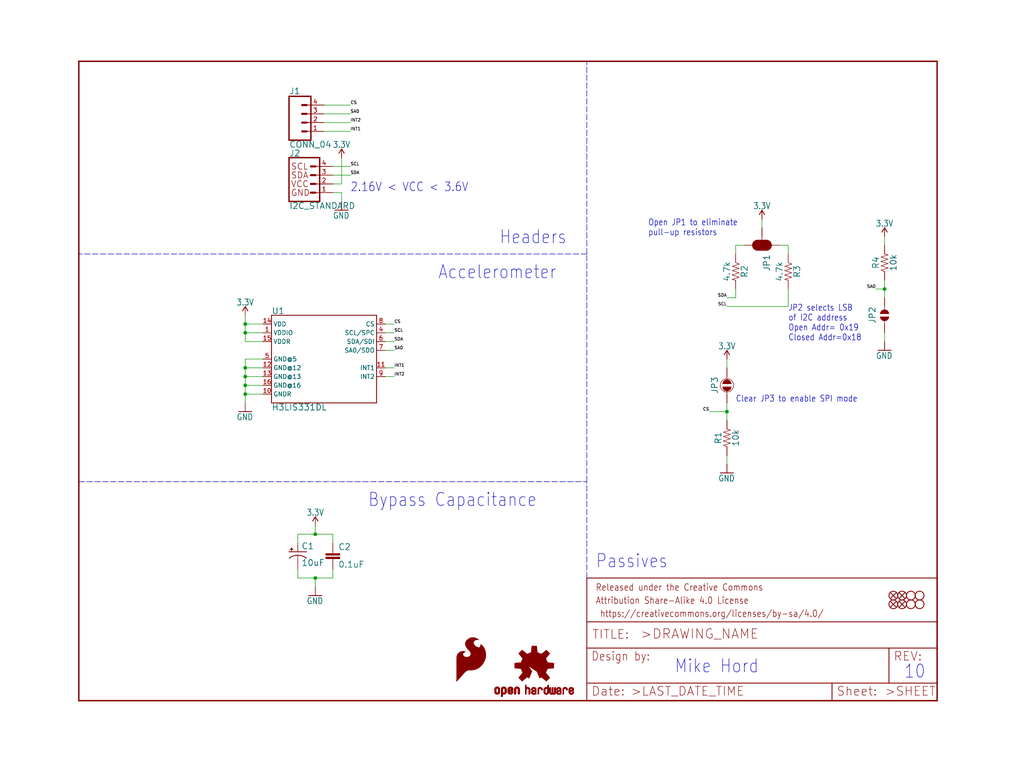
<source format=kicad_sch>
(kicad_sch (version 20211123) (generator eeschema)
  (paper "User" 297.002 223.926)
  (lib_symbols
    (symbol "SparkFun_Tri_Axis_Accel_Breakout-H3LIS331DL-eagle-import:0.1UF-0603-25V-5%"
      (property "Reference" "C" (at 1.524 2.921 0))
      (property "Value" "0.1UF-0603-25V-5%" (at 1.524 -2.159 0))
      (symbol "0.1UF-0603-25V-5%_1_0"
        (pin passive line (at 0 5.08 270) (length 2.54) (name "1") (number "1"))
        (pin passive line (at 0 -2.54 90) (length 2.54) (name "2") (number "2"))
      )
    )
    (symbol "SparkFun_Tri_Axis_Accel_Breakout-H3LIS331DL-eagle-import:10KOHM-0603-1{slash}10W-1%"
      (property "Reference" "R" (at 0 1.524 0))
      (property "Value" "10KOHM-0603-1{slash}10W-1%" (at 0 -1.524 0))
      (symbol "10KOHM-0603-1{slash}10W-1%_1_0"
        (pin passive line (at -5.08 0 0) (length 2.54) (name "1") (number "1"))
        (pin passive line (at 5.08 0 180) (length 2.54) (name "2") (number "2"))
      )
    )
    (symbol "SparkFun_Tri_Axis_Accel_Breakout-H3LIS331DL-eagle-import:10UF-POLAR-EIA3216-16V-10%(TANT)"
      (property "Reference" "C" (at 1.016 0.635 0))
      (property "Value" "10UF-POLAR-EIA3216-16V-10%(TANT)" (at 1.016 -4.191 0))
      (symbol "10UF-POLAR-EIA3216-16V-10%(TANT)_1_0"
        (pin passive line (at 0 2.54 270) (length 2.54) (name "+") (number "+"))
        (pin passive line (at 0 -5.08 90) (length 2.54) (name "-") (number "-"))
      )
    )
    (symbol "SparkFun_Tri_Axis_Accel_Breakout-H3LIS331DL-eagle-import:3.3V" (power)
      (property "Value" "3.3V" (at 0 2.794 0))
      (symbol "3.3V_1_0"
        (pin power_in line (at 0 0 90) (length 2.54) (name "3.3V") (number "1"))
      )
    )
    (symbol "SparkFun_Tri_Axis_Accel_Breakout-H3LIS331DL-eagle-import:4.7KOHM-0603-1{slash}10W-1%"
      (property "Reference" "R" (at 0 1.524 0))
      (property "Value" "4.7KOHM-0603-1{slash}10W-1%" (at 0 -1.524 0))
      (symbol "4.7KOHM-0603-1{slash}10W-1%_1_0"
        (pin passive line (at -5.08 0 0) (length 2.54) (name "1") (number "1"))
        (pin passive line (at 5.08 0 180) (length 2.54) (name "2") (number "2"))
      )
    )
    (symbol "SparkFun_Tri_Axis_Accel_Breakout-H3LIS331DL-eagle-import:CONN_04"
      (property "Reference" "J" (at -5.08 8.128 0))
      (property "Value" "CONN_04" (at -5.08 -7.366 0))
      (symbol "CONN_04_1_0"
        (pin passive line (at 5.08 -2.54 180) (length 5.08) (name "1") (number "1"))
        (pin passive line (at 5.08 0 180) (length 5.08) (name "2") (number "2"))
        (pin passive line (at 5.08 2.54 180) (length 5.08) (name "3") (number "3"))
        (pin passive line (at 5.08 5.08 180) (length 5.08) (name "4") (number "4"))
      )
    )
    (symbol "SparkFun_Tri_Axis_Accel_Breakout-H3LIS331DL-eagle-import:FIDUCIAL1X2")
    (symbol "SparkFun_Tri_Axis_Accel_Breakout-H3LIS331DL-eagle-import:FRAME-LETTER"
      (symbol "FRAME-LETTER_2_0"
        (text " https://creativecommons.org/licenses/by-sa/4.0/" (at 2.54 24.13 0) (effects (font (size 1.9304 1.6408)) (justify left bottom)))
        (text ">DRAWING_NAME" (at 15.494 17.78 0) (effects (font (size 2.7432 2.7432)) (justify left bottom)))
        (text ">LAST_DATE_TIME" (at 12.7 1.27 0) (effects (font (size 2.54 2.54)) (justify left bottom)))
        (text ">SHEET" (at 86.36 1.27 0) (effects (font (size 2.54 2.54)) (justify left bottom)))
        (text "Attribution Share-Alike 4.0 License" (at 2.54 27.94 0) (effects (font (size 1.9304 1.6408)) (justify left bottom)))
        (text "Date:" (at 1.27 1.27 0) (effects (font (size 2.54 2.54)) (justify left bottom)))
        (text "Design by:" (at 1.27 11.43 0) (effects (font (size 2.54 2.159)) (justify left bottom)))
        (text "Released under the Creative Commons" (at 2.54 31.75 0) (effects (font (size 1.9304 1.6408)) (justify left bottom)))
        (text "REV:" (at 88.9 11.43 0) (effects (font (size 2.54 2.54)) (justify left bottom)))
        (text "Sheet:" (at 72.39 1.27 0) (effects (font (size 2.54 2.54)) (justify left bottom)))
        (text "TITLE:" (at 1.524 17.78 0) (effects (font (size 2.54 2.54)) (justify left bottom)))
      )
    )
    (symbol "SparkFun_Tri_Axis_Accel_Breakout-H3LIS331DL-eagle-import:GND" (power)
      (property "Value" "GND" (at -2.54 -2.54 0))
      (symbol "GND_1_0"
        (pin power_in line (at 0 2.54 270) (length 2.54) (name "GND") (number "1"))
      )
    )
    (symbol "SparkFun_Tri_Axis_Accel_Breakout-H3LIS331DL-eagle-import:H3LIS331DL"
      (property "Reference" "U" (at -15.24 12.954 0))
      (property "Value" "H3LIS331DL" (at -15.24 -12.954 0))
      (symbol "H3LIS331DL_1_0"
        (pin bidirectional line (at -17.78 7.62 0) (length 2.54) (name "VDDIO") (number "1"))
        (pin bidirectional line (at -17.78 -10.16 0) (length 2.54) (name "GNDR") (number "10"))
        (pin bidirectional line (at 17.78 -2.54 180) (length 2.54) (name "INT1") (number "11"))
        (pin bidirectional line (at -17.78 -2.54 0) (length 2.54) (name "GND@12") (number "12"))
        (pin bidirectional line (at -17.78 -5.08 0) (length 2.54) (name "GND@13") (number "13"))
        (pin bidirectional line (at -17.78 10.16 0) (length 2.54) (name "VDD") (number "14"))
        (pin bidirectional line (at -17.78 5.08 0) (length 2.54) (name "VDDR") (number "15"))
        (pin bidirectional line (at -17.78 -7.62 0) (length 2.54) (name "GND@16") (number "16"))
        (pin bidirectional line (at 17.78 7.62 180) (length 2.54) (name "SCL/SPC") (number "4"))
        (pin bidirectional line (at -17.78 0 0) (length 2.54) (name "GND@5") (number "5"))
        (pin bidirectional line (at 17.78 5.08 180) (length 2.54) (name "SDA/SDI") (number "6"))
        (pin bidirectional line (at 17.78 2.54 180) (length 2.54) (name "SA0/SDO") (number "7"))
        (pin bidirectional line (at 17.78 10.16 180) (length 2.54) (name "CS") (number "8"))
        (pin bidirectional line (at 17.78 -5.08 180) (length 2.54) (name "INT2") (number "9"))
      )
    )
    (symbol "SparkFun_Tri_Axis_Accel_Breakout-H3LIS331DL-eagle-import:I2C_STANDARD"
      (property "Reference" "J" (at -5.08 7.874 0))
      (property "Value" "I2C_STANDARD" (at -5.08 -5.334 0))
      (symbol "I2C_STANDARD_1_0"
        (text "GND" (at -4.572 -2.54 0) (effects (font (size 1.778 1.778)) (justify left)))
        (text "SCL" (at -4.572 5.08 0) (effects (font (size 1.778 1.778)) (justify left)))
        (text "SDA" (at -4.572 2.54 0) (effects (font (size 1.778 1.778)) (justify left)))
        (text "VCC" (at -4.572 0 0) (effects (font (size 1.778 1.778)) (justify left)))
        (pin power_in line (at 7.62 -2.54 180) (length 5.08) (name "1") (number "1"))
        (pin power_in line (at 7.62 0 180) (length 5.08) (name "2") (number "2"))
        (pin passive line (at 7.62 2.54 180) (length 5.08) (name "3") (number "3"))
        (pin passive line (at 7.62 5.08 180) (length 5.08) (name "4") (number "4"))
      )
    )
    (symbol "SparkFun_Tri_Axis_Accel_Breakout-H3LIS331DL-eagle-import:JUMPER-SMT_2_NC_PASTE_NO-SILK"
      (property "Reference" "JP" (at -2.54 2.54 0))
      (property "Value" "JUMPER-SMT_2_NC_PASTE_NO-SILK" (at -2.54 -2.54 0))
      (symbol "JUMPER-SMT_2_NC_PASTE_NO-SILK_1_0"
        (pin passive line (at -5.08 0 0) (length 2.54) (name "1") (number "1"))
        (pin passive line (at 5.08 0 180) (length 2.54) (name "2") (number "2"))
      )
    )
    (symbol "SparkFun_Tri_Axis_Accel_Breakout-H3LIS331DL-eagle-import:JUMPER-SMT_2_NO_NO-SILK"
      (property "Reference" "JP" (at -2.54 2.54 0))
      (property "Value" "JUMPER-SMT_2_NO_NO-SILK" (at -2.54 -2.54 0))
      (symbol "JUMPER-SMT_2_NO_NO-SILK_1_0"
        (pin passive line (at -5.08 0 0) (length 2.54) (name "1") (number "1"))
        (pin passive line (at 5.08 0 180) (length 2.54) (name "2") (number "2"))
      )
    )
    (symbol "SparkFun_Tri_Axis_Accel_Breakout-H3LIS331DL-eagle-import:JUMPER-SMT_3_2-NC_PASTE_NO-SILK"
      (property "Reference" "JP" (at 2.54 0.381 0))
      (property "Value" "JUMPER-SMT_3_2-NC_PASTE_NO-SILK" (at 2.54 -0.381 0))
      (symbol "JUMPER-SMT_3_2-NC_PASTE_NO-SILK_1_0"
        (pin passive line (at 0 5.08 270) (length 2.54) (name "1") (number "1"))
        (pin passive line (at -5.08 0 0) (length 2.54) (name "2") (number "2"))
        (pin passive line (at 0 -5.08 90) (length 2.54) (name "3") (number "3"))
      )
    )
    (symbol "SparkFun_Tri_Axis_Accel_Breakout-H3LIS331DL-eagle-import:OSHW-LOGOS")
    (symbol "SparkFun_Tri_Axis_Accel_Breakout-H3LIS331DL-eagle-import:SFE_LOGO_FLAME.1_INCH")
    (symbol "SparkFun_Tri_Axis_Accel_Breakout-H3LIS331DL-eagle-import:STAND-OFF")
  )
  (junction (at 71.12 93.98))
  (junction (at 71.12 106.68))
  (junction (at 71.12 111.76))
  (junction (at 91.44 167.64))
  (junction (at 91.44 154.94))
  (junction (at 210.82 119.38))
  (junction (at 71.12 96.52))
  (junction (at 71.12 109.22))
  (junction (at 256.54 83.82))
  (junction (at 71.12 114.3))
  (wire (pts (xy 91.44 170.18) (xy 91.44 167.64)))
  (wire (pts (xy 86.36 167.64) (xy 91.44 167.64)))
  (wire (pts (xy 99.06 55.88) (xy 99.06 58.42)))
  (wire (pts (xy 76.2 96.52) (xy 71.12 96.52)))
  (wire (pts (xy 213.36 71.12) (xy 213.36 73.66)))
  (wire (pts (xy 96.52 55.88) (xy 99.06 55.88)))
  (wire (pts (xy 226.06 71.12) (xy 228.6 71.12)))
  (wire (pts (xy 111.76 109.22) (xy 114.3 109.22)))
  (wire (pts (xy 210.82 116.84) (xy 210.82 119.38)))
  (polyline (pts (xy 170.18 73.66) (xy 22.86 73.66)))
  (polyline (pts (xy 170.18 139.7) (xy 170.18 73.66)))
  (wire (pts (xy 256.54 86.36) (xy 256.54 83.82)))
  (wire (pts (xy 96.52 50.8) (xy 101.6 50.8)))
  (wire (pts (xy 215.9 71.12) (xy 213.36 71.12)))
  (wire (pts (xy 96.52 53.34) (xy 99.06 53.34)))
  (wire (pts (xy 256.54 83.82) (xy 254 83.82)))
  (wire (pts (xy 91.44 167.64) (xy 96.52 167.64)))
  (polyline (pts (xy 22.86 139.7) (xy 170.18 139.7)))
  (wire (pts (xy 91.44 154.94) (xy 91.44 152.4)))
  (wire (pts (xy 111.76 101.6) (xy 114.3 101.6)))
  (wire (pts (xy 256.54 83.82) (xy 256.54 81.28)))
  (polyline (pts (xy 170.18 167.64) (xy 170.18 139.7)))
  (wire (pts (xy 111.76 93.98) (xy 114.3 93.98)))
  (wire (pts (xy 71.12 104.14) (xy 71.12 106.68)))
  (wire (pts (xy 210.82 119.38) (xy 210.82 121.92)))
  (wire (pts (xy 210.82 119.38) (xy 205.74 119.38)))
  (wire (pts (xy 210.82 104.14) (xy 210.82 106.68)))
  (wire (pts (xy 228.6 88.9) (xy 210.82 88.9)))
  (wire (pts (xy 71.12 96.52) (xy 71.12 93.98)))
  (wire (pts (xy 93.98 33.02) (xy 101.6 33.02)))
  (wire (pts (xy 71.12 106.68) (xy 71.12 109.22)))
  (wire (pts (xy 96.52 48.26) (xy 101.6 48.26)))
  (wire (pts (xy 76.2 99.06) (xy 71.12 99.06)))
  (wire (pts (xy 111.76 96.52) (xy 114.3 96.52)))
  (wire (pts (xy 93.98 35.56) (xy 101.6 35.56)))
  (wire (pts (xy 76.2 114.3) (xy 71.12 114.3)))
  (wire (pts (xy 76.2 111.76) (xy 71.12 111.76)))
  (wire (pts (xy 96.52 154.94) (xy 96.52 157.48)))
  (wire (pts (xy 96.52 167.64) (xy 96.52 165.1)))
  (wire (pts (xy 71.12 99.06) (xy 71.12 96.52)))
  (wire (pts (xy 76.2 93.98) (xy 71.12 93.98)))
  (wire (pts (xy 220.98 63.5) (xy 220.98 66.04)))
  (polyline (pts (xy 170.18 73.66) (xy 170.18 17.78)))
  (wire (pts (xy 71.12 111.76) (xy 71.12 114.3)))
  (wire (pts (xy 111.76 99.06) (xy 114.3 99.06)))
  (wire (pts (xy 228.6 83.82) (xy 228.6 88.9)))
  (wire (pts (xy 71.12 93.98) (xy 71.12 91.44)))
  (wire (pts (xy 111.76 106.68) (xy 114.3 106.68)))
  (wire (pts (xy 228.6 71.12) (xy 228.6 73.66)))
  (wire (pts (xy 71.12 109.22) (xy 71.12 111.76)))
  (wire (pts (xy 256.54 68.58) (xy 256.54 71.12)))
  (wire (pts (xy 91.44 154.94) (xy 96.52 154.94)))
  (wire (pts (xy 213.36 83.82) (xy 213.36 86.36)))
  (wire (pts (xy 86.36 165.1) (xy 86.36 167.64)))
  (wire (pts (xy 99.06 53.34) (xy 99.06 45.72)))
  (wire (pts (xy 210.82 132.08) (xy 210.82 134.62)))
  (wire (pts (xy 93.98 38.1) (xy 101.6 38.1)))
  (wire (pts (xy 213.36 86.36) (xy 210.82 86.36)))
  (wire (pts (xy 76.2 106.68) (xy 71.12 106.68)))
  (wire (pts (xy 93.98 30.48) (xy 101.6 30.48)))
  (wire (pts (xy 86.36 154.94) (xy 91.44 154.94)))
  (wire (pts (xy 71.12 114.3) (xy 71.12 116.84)))
  (wire (pts (xy 76.2 104.14) (xy 71.12 104.14)))
  (wire (pts (xy 256.54 99.06) (xy 256.54 96.52)))
  (wire (pts (xy 76.2 109.22) (xy 71.12 109.22)))
  (wire (pts (xy 86.36 157.48) (xy 86.36 154.94)))
  (text "Open JP1 to eliminate\npull-up resistors" (at 187.96 68.58 180) (effects (font (size 1.778 1.5113)) (justify left bottom)))
  (text "Clear JP3 to enable SPI mode" (at 213.36 116.84 180) (effects (font (size 1.778 1.5113)) (justify left bottom)))
  (text "2.16V < VCC < 3.6V" (at 101.6 55.88 180) (effects (font (size 2.54 2.159)) (justify left bottom)))
  (text "Headers" (at 144.78 71.12 180) (effects (font (size 3.81 3.2385)) (justify left bottom)))
  (text "Passives" (at 172.72 165.1 180) (effects (font (size 3.81 3.2385)) (justify left bottom)))
  (text "10" (at 262.128 197.104 180) (effects (font (size 3.81 3.2385)) (justify left bottom)))
  (text "Bypass Capacitance" (at 106.68 147.32 180) (effects (font (size 3.81 3.2385)) (justify left bottom)))
  (text "JP2 selects LSB\nof I2C address\nOpen Addr= 0x19\nClosed Addr=0x18" (at 228.6 99.06 0) (effects (font (size 1.778 1.5113)) (justify left bottom)))
  (text "Accelerometer" (at 127 81.28 180) (effects (font (size 3.81 3.2385)) (justify left bottom)))
  (text "Mike Hord" (at 195.58 195.58 180) (effects (font (size 3.81 3.2385)) (justify left bottom)))
  (label "SDA" (at 101.6 50.8 0) (effects (font (size 0.889 0.889))))
  (label "CS" (at 101.6 30.48 0) (effects (font (size 0.889 0.889))))
  (label "SDA" (at 210.82 86.36 180) (effects (font (size 0.889 0.889))))
  (label "SA0" (at 101.6 33.02 0) (effects (font (size 0.889 0.889))))
  (label "INT1" (at 114.3 106.68 0) (effects (font (size 0.889 0.889))))
  (label "INT2" (at 101.6 35.56 0) (effects (font (size 0.889 0.889))))
  (label "SA0" (at 114.3 101.6 0) (effects (font (size 0.889 0.889))))
  (label "INT2" (at 114.3 109.22 0) (effects (font (size 0.889 0.889))))
  (label "INT1" (at 101.6 38.1 0) (effects (font (size 0.889 0.889))))
  (label "SA0" (at 254 83.82 180) (effects (font (size 0.889 0.889))))
  (label "CS" (at 205.74 119.38 180) (effects (font (size 0.889 0.889))))
  (label "SDA" (at 114.3 99.06 0) (effects (font (size 0.889 0.889))))
  (label "SCL" (at 101.6 48.26 0) (effects (font (size 0.889 0.889))))
  (label "SCL" (at 210.82 88.9 180) (effects (font (size 0.889 0.889))))
  (label "SCL" (at 114.3 96.52 0) (effects (font (size 0.889 0.889))))
  (label "CS" (at 114.3 93.98 0) (effects (font (size 0.889 0.889))))
  (symbol (lib_id "SparkFun_Tri_Axis_Accel_Breakout-H3LIS331DL-eagle-import:FIDUCIAL1X2") (at 259.08 172.72 0) (unit 1)
    (property "Reference" "JP4" (effects hide))
    (property "Value" "FIDUCIAL1X2" (effects hide))
    (property "Footprint" "SparkFun_Tri_Axis_Accel_Breakout-H3LIS331DL:FIDUCIAL-1X2" (effects hide))
  )
  (symbol (lib_id "SparkFun_Tri_Axis_Accel_Breakout-H3LIS331DL-eagle-import:JUMPER-SMT_2_NC_PASTE_NO-SILK") (at 210.82 111.76 90) (unit 1)
    (property "Reference" "JP3" (at 208.28 114.3 0) (effects (font (size 1.778 1.778)) (justify left bottom)))
    (property "Value" "JUMPER-SMT_2_NC_PASTE_NO-SILK" (effects hide))
    (property "Footprint" "SparkFun_Tri_Axis_Accel_Breakout-H3LIS331DL:SMT-JUMPER_2_NC_PASTE_NO-SILK" (effects hide))
  )
  (symbol (lib_id "SparkFun_Tri_Axis_Accel_Breakout-H3LIS331DL-eagle-import:GND") (at 210.82 137.16 0) (unit 1)
    (property "Reference" "#GND3" (effects hide))
    (property "Value" "GND" (at 208.28 139.7 0) (effects (font (size 1.778 1.5113)) (justify left bottom)))
    (property "Footprint" "SparkFun_Tri_Axis_Accel_Breakout-H3LIS331DL:" (effects hide))
  )
  (symbol (lib_id "SparkFun_Tri_Axis_Accel_Breakout-H3LIS331DL-eagle-import:FRAME-LETTER") (at 170.18 203.2 0) (unit 2)
    (property "Reference" "FRAME1" (effects hide))
    (property "Value" "FRAME-LETTER" (effects hide))
    (property "Footprint" "SparkFun_Tri_Axis_Accel_Breakout-H3LIS331DL:CREATIVE_COMMONS" (effects hide))
  )
  (symbol (lib_id "SparkFun_Tri_Axis_Accel_Breakout-H3LIS331DL-eagle-import:STAND-OFF") (at 264.16 172.72 0) (unit 1)
    (property "Reference" "JP8" (effects hide))
    (property "Value" "STAND-OFF" (effects hide))
    (property "Footprint" "SparkFun_Tri_Axis_Accel_Breakout-H3LIS331DL:STAND-OFF" (effects hide))
  )
  (symbol (lib_id "SparkFun_Tri_Axis_Accel_Breakout-H3LIS331DL-eagle-import:OSHW-LOGOS") (at 154.94 193.04 0) (unit 1)
    (property "Reference" "LOGO2" (effects hide))
    (property "Value" "OSHW-LOGOS" (effects hide))
    (property "Footprint" "SparkFun_Tri_Axis_Accel_Breakout-H3LIS331DL:OSHW-LOGO-S" (effects hide))
  )
  (symbol (lib_id "SparkFun_Tri_Axis_Accel_Breakout-H3LIS331DL-eagle-import:4.7KOHM-0603-1{slash}10W-1%") (at 228.6 78.74 270) (unit 1)
    (property "Reference" "R3" (at 230.124 78.74 0) (effects (font (size 1.778 1.778)) (justify bottom)))
    (property "Value" "4.7k" (at 227.076 78.74 0) (effects (font (size 1.778 1.778)) (justify top)))
    (property "Footprint" "SparkFun_Tri_Axis_Accel_Breakout-H3LIS331DL:0603" (effects hide))
  )
  (symbol (lib_id "SparkFun_Tri_Axis_Accel_Breakout-H3LIS331DL-eagle-import:GND") (at 99.06 60.96 0) (unit 1)
    (property "Reference" "#GND1" (effects hide))
    (property "Value" "GND" (at 96.52 63.5 0) (effects (font (size 1.778 1.5113)) (justify left bottom)))
    (property "Footprint" "SparkFun_Tri_Axis_Accel_Breakout-H3LIS331DL:" (effects hide))
  )
  (symbol (lib_id "SparkFun_Tri_Axis_Accel_Breakout-H3LIS331DL-eagle-import:FRAME-LETTER") (at 22.86 203.2 0) (unit 1)
    (property "Reference" "FRAME1" (effects hide))
    (property "Value" "FRAME-LETTER" (effects hide))
    (property "Footprint" "SparkFun_Tri_Axis_Accel_Breakout-H3LIS331DL:CREATIVE_COMMONS" (effects hide))
  )
  (symbol (lib_id "SparkFun_Tri_Axis_Accel_Breakout-H3LIS331DL-eagle-import:FIDUCIAL1X2") (at 261.62 175.26 0) (unit 1)
    (property "Reference" "JP7" (effects hide))
    (property "Value" "FIDUCIAL1X2" (effects hide))
    (property "Footprint" "SparkFun_Tri_Axis_Accel_Breakout-H3LIS331DL:FIDUCIAL-1X2" (effects hide))
  )
  (symbol (lib_id "SparkFun_Tri_Axis_Accel_Breakout-H3LIS331DL-eagle-import:STAND-OFF") (at 266.7 175.26 0) (unit 1)
    (property "Reference" "JP11" (effects hide))
    (property "Value" "STAND-OFF" (effects hide))
    (property "Footprint" "SparkFun_Tri_Axis_Accel_Breakout-H3LIS331DL:STAND-OFF" (effects hide))
  )
  (symbol (lib_id "SparkFun_Tri_Axis_Accel_Breakout-H3LIS331DL-eagle-import:STAND-OFF") (at 264.16 175.26 0) (unit 1)
    (property "Reference" "JP9" (effects hide))
    (property "Value" "STAND-OFF" (effects hide))
    (property "Footprint" "SparkFun_Tri_Axis_Accel_Breakout-H3LIS331DL:STAND-OFF" (effects hide))
  )
  (symbol (lib_id "SparkFun_Tri_Axis_Accel_Breakout-H3LIS331DL-eagle-import:STAND-OFF") (at 266.7 172.72 0) (unit 1)
    (property "Reference" "JP10" (effects hide))
    (property "Value" "STAND-OFF" (effects hide))
    (property "Footprint" "SparkFun_Tri_Axis_Accel_Breakout-H3LIS331DL:STAND-OFF" (effects hide))
  )
  (symbol (lib_id "SparkFun_Tri_Axis_Accel_Breakout-H3LIS331DL-eagle-import:10KOHM-0603-1{slash}10W-1%") (at 210.82 127 90) (unit 1)
    (property "Reference" "R1" (at 209.296 127 0) (effects (font (size 1.778 1.778)) (justify bottom)))
    (property "Value" "10k" (at 212.344 127 0) (effects (font (size 1.778 1.778)) (justify top)))
    (property "Footprint" "SparkFun_Tri_Axis_Accel_Breakout-H3LIS331DL:0603" (effects hide))
  )
  (symbol (lib_id "SparkFun_Tri_Axis_Accel_Breakout-H3LIS331DL-eagle-import:FIDUCIAL1X2") (at 261.62 172.72 0) (unit 1)
    (property "Reference" "JP6" (effects hide))
    (property "Value" "FIDUCIAL1X2" (effects hide))
    (property "Footprint" "SparkFun_Tri_Axis_Accel_Breakout-H3LIS331DL:FIDUCIAL-1X2" (effects hide))
  )
  (symbol (lib_id "SparkFun_Tri_Axis_Accel_Breakout-H3LIS331DL-eagle-import:3.3V") (at 99.06 45.72 0) (unit 1)
    (property "Reference" "#SUPPLY1" (effects hide))
    (property "Value" "3.3V" (at 99.06 42.926 0) (effects (font (size 1.778 1.5113)) (justify bottom)))
    (property "Footprint" "SparkFun_Tri_Axis_Accel_Breakout-H3LIS331DL:" (effects hide))
  )
  (symbol (lib_id "SparkFun_Tri_Axis_Accel_Breakout-H3LIS331DL-eagle-import:SFE_LOGO_FLAME.1_INCH") (at 132.08 198.12 0) (unit 1)
    (property "Reference" "LOGO1" (effects hide))
    (property "Value" "SFE_LOGO_FLAME.1_INCH" (effects hide))
    (property "Footprint" "SparkFun_Tri_Axis_Accel_Breakout-H3LIS331DL:SFE_LOGO_FLAME_.1" (effects hide))
  )
  (symbol (lib_id "SparkFun_Tri_Axis_Accel_Breakout-H3LIS331DL-eagle-import:JUMPER-SMT_2_NO_NO-SILK") (at 256.54 91.44 90) (unit 1)
    (property "Reference" "JP2" (at 254 93.98 0) (effects (font (size 1.778 1.778)) (justify left bottom)))
    (property "Value" "JUMPER-SMT_2_NO_NO-SILK" (effects hide))
    (property "Footprint" "SparkFun_Tri_Axis_Accel_Breakout-H3LIS331DL:SMT-JUMPER_2_NO_NO-SILK" (effects hide))
  )
  (symbol (lib_id "SparkFun_Tri_Axis_Accel_Breakout-H3LIS331DL-eagle-import:GND") (at 71.12 119.38 0) (unit 1)
    (property "Reference" "#GND2" (effects hide))
    (property "Value" "GND" (at 68.58 121.92 0) (effects (font (size 1.778 1.5113)) (justify left bottom)))
    (property "Footprint" "SparkFun_Tri_Axis_Accel_Breakout-H3LIS331DL:" (effects hide))
  )
  (symbol (lib_id "SparkFun_Tri_Axis_Accel_Breakout-H3LIS331DL-eagle-import:H3LIS331DL") (at 93.98 104.14 0) (unit 1)
    (property "Reference" "U1" (at 78.74 91.186 0) (effects (font (size 1.778 1.778)) (justify left bottom)))
    (property "Value" "H3LIS331DL" (at 78.74 117.094 0) (effects (font (size 1.778 1.778)) (justify left top)))
    (property "Footprint" "SparkFun_Tri_Axis_Accel_Breakout-H3LIS331DL:LGA-16-3X3" (effects hide))
  )
  (symbol (lib_id "SparkFun_Tri_Axis_Accel_Breakout-H3LIS331DL-eagle-import:3.3V") (at 256.54 68.58 0) (unit 1)
    (property "Reference" "#SUPPLY5" (effects hide))
    (property "Value" "3.3V" (at 256.54 65.786 0) (effects (font (size 1.778 1.5113)) (justify bottom)))
    (property "Footprint" "SparkFun_Tri_Axis_Accel_Breakout-H3LIS331DL:" (effects hide))
  )
  (symbol (lib_id "SparkFun_Tri_Axis_Accel_Breakout-H3LIS331DL-eagle-import:10KOHM-0603-1{slash}10W-1%") (at 256.54 76.2 90) (unit 1)
    (property "Reference" "R4" (at 255.016 76.2 0) (effects (font (size 1.778 1.778)) (justify bottom)))
    (property "Value" "10k" (at 258.064 76.2 0) (effects (font (size 1.778 1.778)) (justify top)))
    (property "Footprint" "SparkFun_Tri_Axis_Accel_Breakout-H3LIS331DL:0603" (effects hide))
  )
  (symbol (lib_id "SparkFun_Tri_Axis_Accel_Breakout-H3LIS331DL-eagle-import:10UF-POLAR-EIA3216-16V-10%(TANT)") (at 86.36 160.02 0) (unit 1)
    (property "Reference" "C1" (at 87.376 159.385 0) (effects (font (size 1.778 1.778)) (justify left bottom)))
    (property "Value" "10uF" (at 87.376 164.211 0) (effects (font (size 1.778 1.778)) (justify left bottom)))
    (property "Footprint" "SparkFun_Tri_Axis_Accel_Breakout-H3LIS331DL:EIA3216" (effects hide))
  )
  (symbol (lib_id "SparkFun_Tri_Axis_Accel_Breakout-H3LIS331DL-eagle-import:GND") (at 91.44 172.72 0) (unit 1)
    (property "Reference" "#GND5" (effects hide))
    (property "Value" "GND" (at 88.9 175.26 0) (effects (font (size 1.778 1.5113)) (justify left bottom)))
    (property "Footprint" "SparkFun_Tri_Axis_Accel_Breakout-H3LIS331DL:" (effects hide))
  )
  (symbol (lib_id "SparkFun_Tri_Axis_Accel_Breakout-H3LIS331DL-eagle-import:FIDUCIAL1X2") (at 259.08 175.26 0) (unit 1)
    (property "Reference" "JP5" (effects hide))
    (property "Value" "FIDUCIAL1X2" (effects hide))
    (property "Footprint" "SparkFun_Tri_Axis_Accel_Breakout-H3LIS331DL:FIDUCIAL-1X2" (effects hide))
  )
  (symbol (lib_id "SparkFun_Tri_Axis_Accel_Breakout-H3LIS331DL-eagle-import:3.3V") (at 91.44 152.4 0) (unit 1)
    (property "Reference" "#SUPPLY6" (effects hide))
    (property "Value" "3.3V" (at 91.44 149.606 0) (effects (font (size 1.778 1.5113)) (justify bottom)))
    (property "Footprint" "SparkFun_Tri_Axis_Accel_Breakout-H3LIS331DL:" (effects hide))
  )
  (symbol (lib_id "SparkFun_Tri_Axis_Accel_Breakout-H3LIS331DL-eagle-import:GND") (at 256.54 101.6 0) (unit 1)
    (property "Reference" "#GND4" (effects hide))
    (property "Value" "GND" (at 254 104.14 0) (effects (font (size 1.778 1.5113)) (justify left bottom)))
    (property "Footprint" "SparkFun_Tri_Axis_Accel_Breakout-H3LIS331DL:" (effects hide))
  )
  (symbol (lib_id "SparkFun_Tri_Axis_Accel_Breakout-H3LIS331DL-eagle-import:0.1UF-0603-25V-5%") (at 96.52 162.56 0) (unit 1)
    (property "Reference" "C2" (at 98.044 159.639 0) (effects (font (size 1.778 1.778)) (justify left bottom)))
    (property "Value" "0.1uF" (at 98.044 164.719 0) (effects (font (size 1.778 1.778)) (justify left bottom)))
    (property "Footprint" "SparkFun_Tri_Axis_Accel_Breakout-H3LIS331DL:0603" (effects hide))
  )
  (symbol (lib_id "SparkFun_Tri_Axis_Accel_Breakout-H3LIS331DL-eagle-import:3.3V") (at 210.82 104.14 0) (unit 1)
    (property "Reference" "#SUPPLY3" (effects hide))
    (property "Value" "3.3V" (at 210.82 101.346 0) (effects (font (size 1.778 1.5113)) (justify bottom)))
    (property "Footprint" "SparkFun_Tri_Axis_Accel_Breakout-H3LIS331DL:" (effects hide))
  )
  (symbol (lib_id "SparkFun_Tri_Axis_Accel_Breakout-H3LIS331DL-eagle-import:I2C_STANDARD") (at 88.9 53.34 0) (unit 1)
    (property "Reference" "J2" (at 83.82 45.466 0) (effects (font (size 1.778 1.778)) (justify left bottom)))
    (property "Value" "I2C_STANDARD" (at 83.82 58.674 0) (effects (font (size 1.778 1.778)) (justify left top)))
    (property "Footprint" "SparkFun_Tri_Axis_Accel_Breakout-H3LIS331DL:1X04" (effects hide))
  )
  (symbol (lib_id "SparkFun_Tri_Axis_Accel_Breakout-H3LIS331DL-eagle-import:JUMPER-SMT_3_2-NC_PASTE_NO-SILK") (at 220.98 71.12 270) (unit 1)
    (property "Reference" "JP1" (at 221.361 73.66 0) (effects (font (size 1.778 1.778)) (justify left bottom)))
    (property "Value" "JUMPER-SMT_3_2-NC_PASTE_NO-SILK" (effects hide))
    (property "Footprint" "SparkFun_Tri_Axis_Accel_Breakout-H3LIS331DL:SMT-JUMPER_3_2-NC_PASTE_NO-SILK" (effects hide))
  )
  (symbol (lib_id "SparkFun_Tri_Axis_Accel_Breakout-H3LIS331DL-eagle-import:4.7KOHM-0603-1{slash}10W-1%") (at 213.36 78.74 270) (unit 1)
    (property "Reference" "R2" (at 214.884 78.74 0) (effects (font (size 1.778 1.778)) (justify bottom)))
    (property "Value" "4.7k" (at 211.836 78.74 0) (effects (font (size 1.778 1.778)) (justify top)))
    (property "Footprint" "SparkFun_Tri_Axis_Accel_Breakout-H3LIS331DL:0603" (effects hide))
  )
  (symbol (lib_id "SparkFun_Tri_Axis_Accel_Breakout-H3LIS331DL-eagle-import:3.3V") (at 220.98 63.5 0) (unit 1)
    (property "Reference" "#SUPPLY4" (effects hide))
    (property "Value" "3.3V" (at 220.98 60.706 0) (effects (font (size 1.778 1.5113)) (justify bottom)))
    (property "Footprint" "SparkFun_Tri_Axis_Accel_Breakout-H3LIS331DL:" (effects hide))
  )
  (symbol (lib_id "SparkFun_Tri_Axis_Accel_Breakout-H3LIS331DL-eagle-import:3.3V") (at 71.12 91.44 0) (unit 1)
    (property "Reference" "#SUPPLY2" (effects hide))
    (property "Value" "3.3V" (at 71.12 88.646 0) (effects (font (size 1.778 1.5113)) (justify bottom)))
    (property "Footprint" "SparkFun_Tri_Axis_Accel_Breakout-H3LIS331DL:" (effects hide))
  )
  (symbol (lib_id "SparkFun_Tri_Axis_Accel_Breakout-H3LIS331DL-eagle-import:CONN_04") (at 88.9 35.56 0) (unit 1)
    (property "Reference" "J1" (at 83.82 27.432 0) (effects (font (size 1.778 1.778)) (justify left bottom)))
    (property "Value" "CONN_04" (at 83.82 42.926 0) (effects (font (size 1.778 1.778)) (justify left bottom)))
    (property "Footprint" "SparkFun_Tri_Axis_Accel_Breakout-H3LIS331DL:1X04" (effects hide))
  )
)
</source>
